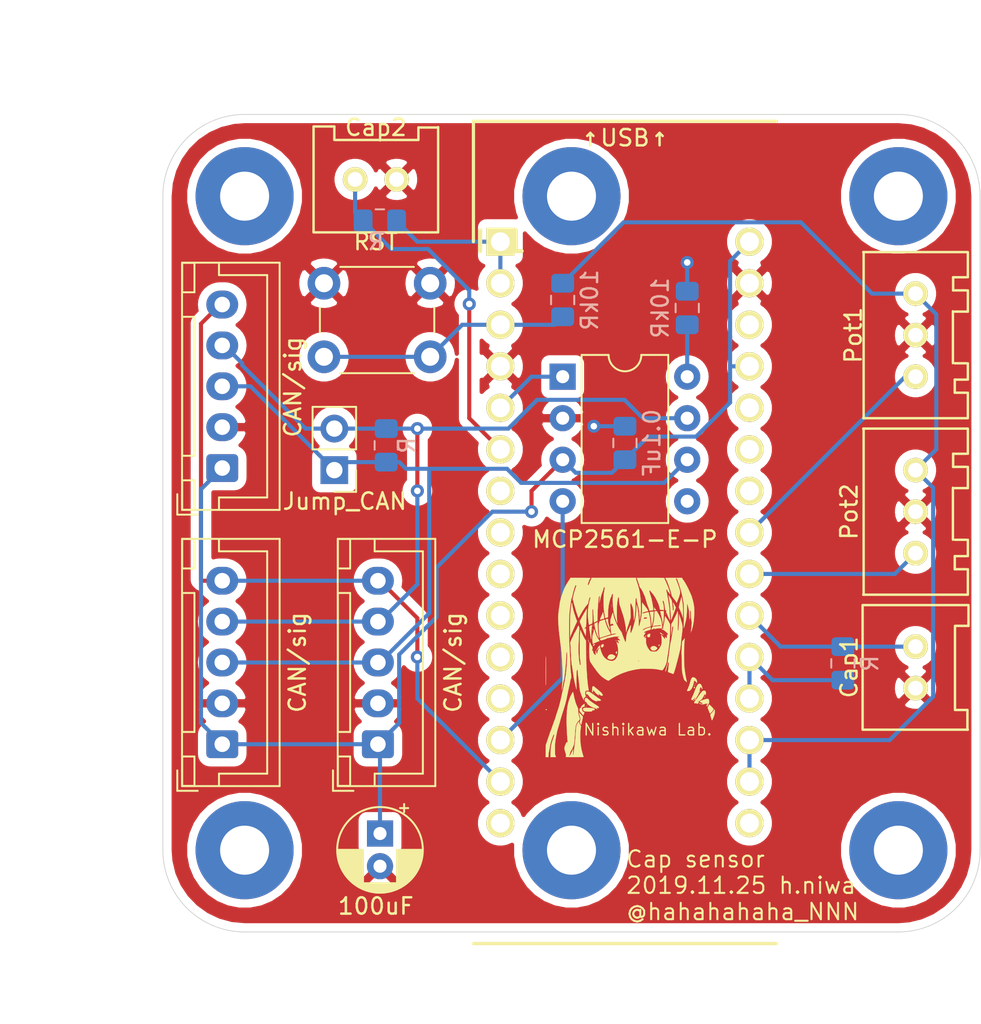
<source format=kicad_pcb>
(kicad_pcb (version 20171130) (host pcbnew "(5.1.2)-2")
  (layers (0 F.Cu signal) (31 B.Cu signal) (34 B.Paste user) (35 F.Paste user) (36 B.SilkS user) (37 F.SilkS user) (38 B.Mask user) (39 F.Mask user) (44 Edge.Cuts user))
  (net 0 "")
  (net 1 GND)
  (net 2 +5V)
  (net 3 RST)
  (net 4 CAN_TD)
  (net 5 interrupt_out1)
  (net 6 Power_out1)
  (net 7 interrupt_out2)
  (net 8 Power_out2)
  (net 9 CAN_RD)
  (net 10 "Net-(IC1-Pad15)")
  (net 11 "Net-(IC1-Pad16)")
  (net 12 +3V3)
  (net 13 Pot1)
  (net 14 Pot2)
  (net 15 "Net-(IC1-Pad26)")
  (net 16 CAN_L)
  (net 17 CAN_H)
  (net 18 "Net-(R4-Pad1)")
  (net 19 "Net-(U1-Pad5)")
  (net 20 "Net-(IC1-Pad7)")
  (net 21 "Net-(IC1-Pad8)")
  (net 22 "Net-(IC1-Pad9)")
  (net 23 "Net-(IC1-Pad10)")
  (net 24 "Net-(IC1-Pad11)")
  (net 25 "Net-(IC1-Pad12)")
  (net 26 sig)
  (net 27 "Net-(IC1-Pad28)")
  (net 28 "Net-(IC1-Pad24)")
  (net 29 "Net-(IC1-Pad25)")
  (module Logo:@hahahahha_NNN_BW11 (layer F.Cu) (at 128.905 83.82)
    (fp_text reference G*** hide)
    (fp_text value LOGO hide)
    (fp_text user "Nishikawa Lab." (at 0.762 3.81) (layer F.SilkS) (effects (font (size 0.7 0.7) (thickness 0.08))))
  )
  (module Capacitor_SMD:C_0805_2012Metric_Pad1.15x1.40mm_HandSolder (layer B.Cu) (at 128.27 70.095 270)
    (fp_text reference C1 hide)
    (fp_text value 0.1uF (at 0 -1.65 90) (layer B.SilkS) (effects (justify mirror)))
    (pad 1 smd roundrect (at -1.025 0 270) (size 1.15 1.4) (layers B.Cu B.Paste B.Mask) (roundrect_rratio 0.217391) (net 1 GND))
    (pad 2 smd roundrect (at 1.025 0 270) (size 1.15 1.4) (layers B.Cu B.Paste B.Mask) (roundrect_rratio 0.217391) (net 2 +5V))
  )
  (module Capacitor_THT:CP_Radial_D5.0mm_P2.00mm (layer F.Cu) (at 113.284 93.98 270)
    (fp_text reference C2 hide)
    (fp_text value 100uF (at 4.445 0.254 180) (layer F.SilkS))
    (pad 1 thru_hole rect (at 0 0 270) (size 1.6 1.6) (drill 0.8) (layers *.Cu *.Mask) (net 2 +5V))
    (pad 2 thru_hole circle (at 2 0 270) (size 1.6 1.6) (drill 0.8) (layers *.Cu *.Mask) (net 1 GND))
  )
  (module NUCLEO-F303K8:DIPS1524W66P254L5029H1500Q30N (layer F.Cu) (at 120.65 57.785)
    (fp_text reference IC1 (at 0 0) (layer F.SilkS) (effects (font (size 1.27 1.27) (thickness 0.254))))
    (fp_text value NUCLEO-F303K8 hide)
    (pad 1 thru_hole rect (at 0 0 90) (size 1.725 1.725) (drill 1.15) (layers *.Cu *.Mask F.SilkS) (net 8 Power_out2))
    (pad 2 thru_hole circle (at 0 2.54 90) (size 1.725 1.725) (drill 1.15) (layers *.Cu *.Mask F.SilkS) (net 8 Power_out2))
    (pad 3 thru_hole circle (at 0 5.08 90) (size 1.725 1.725) (drill 1.15) (layers *.Cu *.Mask F.SilkS) (net 3 RST))
    (pad 4 thru_hole circle (at 0 7.62 90) (size 1.725 1.725) (drill 1.15) (layers *.Cu *.Mask F.SilkS) (net 1 GND))
    (pad 5 thru_hole circle (at 0 10.16 90) (size 1.725 1.725) (drill 1.15) (layers *.Cu *.Mask F.SilkS) (net 4 CAN_TD))
    (pad 6 thru_hole circle (at 0 12.7 90) (size 1.725 1.725) (drill 1.15) (layers *.Cu *.Mask F.SilkS) (net 7 interrupt_out2))
    (pad 7 thru_hole circle (at 0 15.24 90) (size 1.725 1.725) (drill 1.15) (layers *.Cu *.Mask F.SilkS) (net 20 "Net-(IC1-Pad7)"))
    (pad 8 thru_hole circle (at 0 17.78 90) (size 1.725 1.725) (drill 1.15) (layers *.Cu *.Mask F.SilkS) (net 21 "Net-(IC1-Pad8)"))
    (pad 9 thru_hole circle (at 0 20.32 90) (size 1.725 1.725) (drill 1.15) (layers *.Cu *.Mask F.SilkS) (net 22 "Net-(IC1-Pad9)"))
    (pad 10 thru_hole circle (at 0 22.86 90) (size 1.725 1.725) (drill 1.15) (layers *.Cu *.Mask F.SilkS) (net 23 "Net-(IC1-Pad10)"))
    (pad 11 thru_hole circle (at 0 25.4 90) (size 1.725 1.725) (drill 1.15) (layers *.Cu *.Mask F.SilkS) (net 24 "Net-(IC1-Pad11)"))
    (pad 12 thru_hole circle (at 0 27.94 90) (size 1.725 1.725) (drill 1.15) (layers *.Cu *.Mask F.SilkS) (net 25 "Net-(IC1-Pad12)"))
    (pad 13 thru_hole circle (at 0 30.48 90) (size 1.725 1.725) (drill 1.15) (layers *.Cu *.Mask F.SilkS) (net 9 CAN_RD))
    (pad 14 thru_hole circle (at 0 33.02 90) (size 1.725 1.725) (drill 1.15) (layers *.Cu *.Mask F.SilkS) (net 26 sig))
    (pad 15 thru_hole circle (at 0 35.56 90) (size 1.725 1.725) (drill 1.15) (layers *.Cu *.Mask F.SilkS) (net 10 "Net-(IC1-Pad15)"))
    (pad 16 thru_hole circle (at 15.24 35.56 90) (size 1.725 1.725) (drill 1.15) (layers *.Cu *.Mask F.SilkS) (net 11 "Net-(IC1-Pad16)"))
    (pad 17 thru_hole circle (at 15.24 33.02 90) (size 1.725 1.725) (drill 1.15) (layers *.Cu *.Mask F.SilkS) (net 12 +3V3))
    (pad 18 thru_hole circle (at 15.24 30.48 90) (size 1.725 1.725) (drill 1.15) (layers *.Cu *.Mask F.SilkS) (net 12 +3V3))
    (pad 19 thru_hole circle (at 15.24 27.94 90) (size 1.725 1.725) (drill 1.15) (layers *.Cu *.Mask F.SilkS) (net 6 Power_out1))
    (pad 20 thru_hole circle (at 15.24 25.4 90) (size 1.725 1.725) (drill 1.15) (layers *.Cu *.Mask F.SilkS) (net 6 Power_out1))
    (pad 21 thru_hole circle (at 15.24 22.86 90) (size 1.725 1.725) (drill 1.15) (layers *.Cu *.Mask F.SilkS) (net 5 interrupt_out1))
    (pad 22 thru_hole circle (at 15.24 20.32 90) (size 1.725 1.725) (drill 1.15) (layers *.Cu *.Mask F.SilkS) (net 14 Pot2))
    (pad 23 thru_hole circle (at 15.24 17.78 90) (size 1.725 1.725) (drill 1.15) (layers *.Cu *.Mask F.SilkS) (net 13 Pot1))
    (pad 24 thru_hole circle (at 15.24 15.24 90) (size 1.725 1.725) (drill 1.15) (layers *.Cu *.Mask F.SilkS) (net 28 "Net-(IC1-Pad24)"))
    (pad 25 thru_hole circle (at 15.24 12.7 90) (size 1.725 1.725) (drill 1.15) (layers *.Cu *.Mask F.SilkS) (net 29 "Net-(IC1-Pad25)"))
    (pad 26 thru_hole circle (at 15.24 10.16 90) (size 1.725 1.725) (drill 1.15) (layers *.Cu *.Mask F.SilkS) (net 15 "Net-(IC1-Pad26)"))
    (pad 27 thru_hole circle (at 15.24 7.62 90) (size 1.725 1.725) (drill 1.15) (layers *.Cu *.Mask F.SilkS) (net 2 +5V))
    (pad 28 thru_hole circle (at 15.24 5.08 90) (size 1.725 1.725) (drill 1.15) (layers *.Cu *.Mask F.SilkS) (net 27 "Net-(IC1-Pad28)"))
    (pad 29 thru_hole circle (at 15.24 2.54 90) (size 1.725 1.725) (drill 1.15) (layers *.Cu *.Mask F.SilkS) (net 1 GND))
    (pad 30 thru_hole circle (at 15.24 0 90) (size 1.725 1.725) (drill 1.15) (layers *.Cu *.Mask F.SilkS) (net 2 +5V))
  )
  (module RobohanJST:XA_2 (layer F.Cu) (at 146.05 82.55 270)
    (fp_text reference J1 hide)
    (fp_text value Cap1 (at 1.27 4.064 90) (layer F.SilkS))
    (pad 2 thru_hole circle (at 2.54 0 270) (size 1.5 1.5) (drill 0.9) (layers *.Cu *.Mask F.SilkS) (net 1 GND))
    (pad 1 thru_hole circle (at 0 0 270) (size 1.5 1.5) (drill 0.9) (layers *.Cu *.Mask F.SilkS) (net 5 interrupt_out1))
  )
  (module RobohanJST:XA_2 (layer F.Cu) (at 111.76 53.975)
    (fp_text reference J2 hide)
    (fp_text value Cap2 (at 1.27 -3.175) (layer F.SilkS))
    (pad 1 thru_hole circle (at 0 0) (size 1.5 1.5) (drill 0.9) (layers *.Cu *.Mask F.SilkS) (net 7 interrupt_out2))
    (pad 2 thru_hole circle (at 2.54 0) (size 1.5 1.5) (drill 0.9) (layers *.Cu *.Mask F.SilkS) (net 1 GND))
  )
  (module RobohanJST:XA_3 (layer F.Cu) (at 146.05 60.96 270)
    (fp_text reference J3 hide)
    (fp_text value Pot1 (at 2.54 3.81 90) (layer F.SilkS))
    (pad 3 thru_hole circle (at 5.08 0 270) (size 1.5 1.5) (drill 0.9) (layers *.Cu *.Mask F.SilkS) (net 13 Pot1))
    (pad 2 thru_hole circle (at 2.54 0 270) (size 1.5 1.5) (drill 0.9) (layers *.Cu *.Mask F.SilkS) (net 1 GND))
    (pad 1 thru_hole circle (at 0 0 270) (size 1.5 1.5) (drill 0.9) (layers *.Cu *.Mask F.SilkS) (net 12 +3V3))
  )
  (module RobohanJST:XA_3 (layer F.Cu) (at 146.05 71.755 270)
    (fp_text reference J4 hide)
    (fp_text value Pot2 (at 2.54 4.064 90) (layer F.SilkS))
    (pad 1 thru_hole circle (at 0 0 270) (size 1.5 1.5) (drill 0.9) (layers *.Cu *.Mask F.SilkS) (net 12 +3V3))
    (pad 2 thru_hole circle (at 2.54 0 270) (size 1.5 1.5) (drill 0.9) (layers *.Cu *.Mask F.SilkS) (net 1 GND))
    (pad 3 thru_hole circle (at 5.08 0 270) (size 1.5 1.5) (drill 0.9) (layers *.Cu *.Mask F.SilkS) (net 14 Pot2))
  )
  (module Connector_PinHeader_2.54mm:PinHeader_1x02_P2.54mm_Vertical (layer F.Cu) (at 110.49 71.755 180)
    (fp_text reference J6 hide)
    (fp_text value Jump_CAN (at -0.635 -1.905) (layer F.SilkS))
    (pad 1 thru_hole rect (at 0 0 180) (size 1.7 1.7) (drill 1) (layers *.Cu *.Mask) (net 16 CAN_L))
    (pad 2 thru_hole oval (at 0 2.54 180) (size 1.7 1.7) (drill 1) (layers *.Cu *.Mask) (net 17 CAN_H))
  )
  (module Resistor_SMD:R_0805_2012Metric_Pad1.15x1.40mm_HandSolder (layer B.Cu) (at 141.605 83.575 270)
    (fp_text reference R1 hide)
    (fp_text value R (at 0 -1.65 90) (layer B.SilkS) (effects (justify mirror)))
    (pad 1 smd roundrect (at -1.025 0 270) (size 1.15 1.4) (layers B.Cu B.Paste B.Mask) (roundrect_rratio 0.217391) (net 5 interrupt_out1))
    (pad 2 smd roundrect (at 1.025 0 270) (size 1.15 1.4) (layers B.Cu B.Paste B.Mask) (roundrect_rratio 0.217391) (net 6 Power_out1))
  )
  (module Resistor_SMD:R_0805_2012Metric_Pad1.15x1.40mm_HandSolder (layer B.Cu) (at 113.275 56.515)
    (fp_text reference R2 hide)
    (fp_text value R (at -0.245 1.27) (layer B.SilkS) (effects (justify mirror)))
    (pad 2 smd roundrect (at 1.025 0) (size 1.15 1.4) (layers B.Cu B.Paste B.Mask) (roundrect_rratio 0.217391) (net 8 Power_out2))
    (pad 1 smd roundrect (at -1.025 0) (size 1.15 1.4) (layers B.Cu B.Paste B.Mask) (roundrect_rratio 0.217391) (net 7 interrupt_out2))
  )
  (module Resistor_SMD:R_0805_2012Metric_Pad1.15x1.40mm_HandSolder (layer B.Cu) (at 113.665 70.24 90)
    (fp_text reference R3 hide)
    (fp_text value R (at 0 1.27 90) (layer B.SilkS) (effects (justify mirror)))
    (pad 2 smd roundrect (at 1.025 0 90) (size 1.15 1.4) (layers B.Cu B.Paste B.Mask) (roundrect_rratio 0.217391) (net 17 CAN_H))
    (pad 1 smd roundrect (at -1.025 0 90) (size 1.15 1.4) (layers B.Cu B.Paste B.Mask) (roundrect_rratio 0.217391) (net 16 CAN_L))
  )
  (module Resistor_SMD:R_0805_2012Metric_Pad1.15x1.40mm_HandSolder (layer B.Cu) (at 132.08 61.84 90)
    (fp_text reference R4 hide)
    (fp_text value 10kR (at 0 -1.65 90) (layer B.SilkS) (effects (justify mirror)))
    (pad 1 smd roundrect (at -1.025 0 90) (size 1.15 1.4) (layers B.Cu B.Paste B.Mask) (roundrect_rratio 0.217391) (net 18 "Net-(R4-Pad1)"))
    (pad 2 smd roundrect (at 1.025 0 90) (size 1.15 1.4) (layers B.Cu B.Paste B.Mask) (roundrect_rratio 0.217391) (net 1 GND))
  )
  (module Resistor_SMD:R_0805_2012Metric_Pad1.15x1.40mm_HandSolder (layer B.Cu) (at 124.46 61.35 270)
    (fp_text reference R5 hide)
    (fp_text value 10kR (at 0 -1.65 90) (layer B.SilkS) (effects (justify mirror)))
    (pad 1 smd roundrect (at -1.025 0 270) (size 1.15 1.4) (layers B.Cu B.Paste B.Mask) (roundrect_rratio 0.217391) (net 12 +3V3))
    (pad 2 smd roundrect (at 1.025 0 270) (size 1.15 1.4) (layers B.Cu B.Paste B.Mask) (roundrect_rratio 0.217391) (net 3 RST))
  )
  (module Button_Switch_THT:SW_PUSH_6mm (layer F.Cu) (at 109.855 60.325)
    (fp_text reference SW1 hide)
    (fp_text value RST (at 3.175 -2.54) (layer F.SilkS))
    (pad 2 thru_hole circle (at 0 4.5 90) (size 2 2) (drill 1.1) (layers *.Cu *.Mask) (net 3 RST))
    (pad 1 thru_hole circle (at 0 0 90) (size 2 2) (drill 1.1) (layers *.Cu *.Mask) (net 1 GND))
    (pad 2 thru_hole circle (at 6.5 4.5 90) (size 2 2) (drill 1.1) (layers *.Cu *.Mask) (net 3 RST))
    (pad 1 thru_hole circle (at 6.5 0 90) (size 2 2) (drill 1.1) (layers *.Cu *.Mask) (net 1 GND))
  )
  (module Package_DIP:DIP-8_W7.62mm (layer F.Cu) (at 124.46 66.04)
    (fp_text reference U1 hide)
    (fp_text value MCP2561-E-P (at 3.81 9.95) (layer F.SilkS))
    (pad 1 thru_hole rect (at 0 0) (size 1.6 1.6) (drill 0.8) (layers *.Cu *.Mask) (net 4 CAN_TD))
    (pad 5 thru_hole oval (at 7.62 7.62) (size 1.6 1.6) (drill 0.8) (layers *.Cu *.Mask) (net 19 "Net-(U1-Pad5)"))
    (pad 2 thru_hole oval (at 0 2.54) (size 1.6 1.6) (drill 0.8) (layers *.Cu *.Mask) (net 1 GND))
    (pad 6 thru_hole oval (at 7.62 5.08) (size 1.6 1.6) (drill 0.8) (layers *.Cu *.Mask) (net 16 CAN_L))
    (pad 3 thru_hole oval (at 0 5.08) (size 1.6 1.6) (drill 0.8) (layers *.Cu *.Mask) (net 2 +5V))
    (pad 7 thru_hole oval (at 7.62 2.54) (size 1.6 1.6) (drill 0.8) (layers *.Cu *.Mask) (net 17 CAN_H))
    (pad 4 thru_hole oval (at 0 7.62) (size 1.6 1.6) (drill 0.8) (layers *.Cu *.Mask) (net 9 CAN_RD))
    (pad 8 thru_hole oval (at 7.62 0) (size 1.6 1.6) (drill 0.8) (layers *.Cu *.Mask) (net 18 "Net-(R4-Pad1)"))
  )
  (module Connector_JST:JST_XH_B5B-XH-A_1x05_P2.50mm_Vertical (layer F.Cu) (at 103.632 71.628 90)
    (fp_text reference J5 hide)
    (fp_text value CAN/sig (at 4.953 4.318 90) (layer F.SilkS))
    (pad 1 thru_hole roundrect (at 0 0 90) (size 1.7 1.95) (drill 0.95) (layers *.Cu *.Mask) (roundrect_rratio 0.147059) (net 2 +5V))
    (pad 2 thru_hole oval (at 2.5 0 90) (size 1.7 1.95) (drill 0.95) (layers *.Cu *.Mask) (net 1 GND))
    (pad 3 thru_hole oval (at 5 0 90) (size 1.7 1.95) (drill 0.95) (layers *.Cu *.Mask) (net 16 CAN_L))
    (pad 4 thru_hole oval (at 7.5 0 90) (size 1.7 1.95) (drill 0.95) (layers *.Cu *.Mask) (net 17 CAN_H))
    (pad 5 thru_hole oval (at 10 0 90) (size 1.7 1.95) (drill 0.95) (layers *.Cu *.Mask) (net 26 sig))
  )
  (module Connector_JST:JST_XH_B5B-XH-A_1x05_P2.50mm_Vertical (layer F.Cu) (at 113.157 88.519 90)
    (fp_text reference J7 hide)
    (fp_text value CAN/sig (at 5 4.6 90) (layer F.SilkS))
    (pad 5 thru_hole oval (at 10 0 90) (size 1.7 1.95) (drill 0.95) (layers *.Cu *.Mask) (net 26 sig))
    (pad 4 thru_hole oval (at 7.5 0 90) (size 1.7 1.95) (drill 0.95) (layers *.Cu *.Mask) (net 17 CAN_H))
    (pad 3 thru_hole oval (at 5 0 90) (size 1.7 1.95) (drill 0.95) (layers *.Cu *.Mask) (net 16 CAN_L))
    (pad 2 thru_hole oval (at 2.5 0 90) (size 1.7 1.95) (drill 0.95) (layers *.Cu *.Mask) (net 1 GND))
    (pad 1 thru_hole roundrect (at 0 0 90) (size 1.7 1.95) (drill 0.95) (layers *.Cu *.Mask) (roundrect_rratio 0.147059) (net 2 +5V))
  )
  (module Connector_JST:JST_XH_B5B-XH-A_1x05_P2.50mm_Vertical (layer F.Cu) (at 103.632 88.519 90)
    (fp_text reference J8 hide)
    (fp_text value CAN/sig (at 5 4.6 90) (layer F.SilkS))
    (pad 1 thru_hole roundrect (at 0 0 90) (size 1.7 1.95) (drill 0.95) (layers *.Cu *.Mask) (roundrect_rratio 0.147059) (net 2 +5V))
    (pad 2 thru_hole oval (at 2.5 0 90) (size 1.7 1.95) (drill 0.95) (layers *.Cu *.Mask) (net 1 GND))
    (pad 3 thru_hole oval (at 5 0 90) (size 1.7 1.95) (drill 0.95) (layers *.Cu *.Mask) (net 16 CAN_L))
    (pad 4 thru_hole oval (at 7.5 0 90) (size 1.7 1.95) (drill 0.95) (layers *.Cu *.Mask) (net 17 CAN_H))
    (pad 5 thru_hole oval (at 10 0 90) (size 1.7 1.95) (drill 0.95) (layers *.Cu *.Mask) (net 26 sig))
  )
  (gr_text ↑USB↑ (at 128.27 51.435) (layer F.SilkS) (effects (font (size 1 1))))
  (gr_text "Cap sensor\n2019.11.25 h.niwa\n@hahahahaha_NNN" (at 128.27 97.155) (layer F.SilkS) (effects (font (size 1 1) (thickness 0.125)) (justify left)))
  (gr_arc (start 145 55) (end 150 55) (angle -90) (layer Edge.Cuts) (width 0.05))
  (gr_arc (start 145 95) (end 145 100) (angle -90) (layer Edge.Cuts) (width 0.05))
  (gr_arc (start 105 95) (end 100 95) (angle -90) (layer Edge.Cuts) (width 0.05))
  (gr_arc (start 105 55) (end 105 50) (angle -90) (layer Edge.Cuts) (width 0.05))
  (gr_line (start 100 95) (end 100 55) (layer Edge.Cuts) (width 0.05))
  (gr_line (start 145 100) (end 105 100) (layer Edge.Cuts) (width 0.05))
  (gr_line (start 150 55) (end 150 95) (layer Edge.Cuts) (width 0.05))
  (gr_line (start 105 50) (end 145 50) (layer Edge.Cuts) (width 0.05))
  (via (at 105 55) (size 6) (drill 3) (layers F.Cu B.Cu) (net 0))
  (via (at 105 95) (size 6) (drill 3) (layers F.Cu B.Cu) (net 0))
  (via (at 145 95) (size 6) (drill 3) (layers F.Cu B.Cu) (net 0))
  (via (at 145 55) (size 6) (drill 3) (layers F.Cu B.Cu) (net 0))
  (via (at 125 95) (size 6) (drill 3) (layers F.Cu B.Cu) (net 0))
  (via (at 125 55) (size 6) (drill 3) (layers F.Cu B.Cu) (net 0))
  (via (at 126.365 69.07) (size 0.8) (drill 0.4) (layers F.Cu B.Cu) (net 1))
  (via (at 132.08 59.055) (size 0.8) (drill 0.4) (layers F.Cu B.Cu) (net 1))
  (segment (start 132.08 60.815) (end 132.08 59.055) (width 0.25) (layer B.Cu) (net 1))
  (segment (start 128.27 69.07) (end 126.365 69.07) (width 0.25) (layer B.Cu) (net 1))
  (segment (start 113.284 88.646) (end 113.157 88.519) (width 0.25) (layer B.Cu) (net 2))
  (segment (start 113.284 93.98) (end 113.284 88.646) (width 0.25) (layer B.Cu) (net 2))
  (segment (start 113.157 88.519) (end 103.632 88.519) (width 0.25) (layer B.Cu) (net 2))
  (segment (start 127.646628 71.743372) (end 128.27 71.12) (width 0.25) (layer B.Cu) (net 2))
  (segment (start 127.470001 71.919999) (end 127.646628 71.743372) (width 0.25) (layer B.Cu) (net 2))
  (segment (start 125.259999 71.919999) (end 127.470001 71.919999) (width 0.25) (layer B.Cu) (net 2))
  (segment (start 124.46 71.12) (end 125.259999 71.919999) (width 0.25) (layer B.Cu) (net 2))
  (segment (start 135.89 57.785) (end 134.702499 58.972501) (width 0.25) (layer B.Cu) (net 2))
  (segment (start 102.733628 72.526372) (end 103.632 71.628) (width 0.25) (layer B.Cu) (net 2))
  (segment (start 102.33199 72.92801) (end 102.733628 72.526372) (width 0.25) (layer B.Cu) (net 2))
  (segment (start 102.33199 87.21899) (end 102.33199 72.92801) (width 0.25) (layer B.Cu) (net 2))
  (segment (start 103.632 88.519) (end 102.33199 87.21899) (width 0.25) (layer B.Cu) (net 2))
  (via (at 122.555 74.295) (size 0.8) (drill 0.4) (layers F.Cu B.Cu) (net 2))
  (segment (start 124.46 71.12) (end 122.555 73.025) (width 0.25) (layer F.Cu) (net 2))
  (segment (start 122.555 73.025) (end 122.555 74.295) (width 0.25) (layer F.Cu) (net 2))
  (segment (start 114.055372 87.620628) (end 113.157 88.519) (width 0.25) (layer B.Cu) (net 2))
  (segment (start 114.45701 83.032295) (end 114.45701 87.21899) (width 0.25) (layer B.Cu) (net 2))
  (segment (start 116.745011 80.744294) (end 114.45701 83.032295) (width 0.25) (layer B.Cu) (net 2))
  (segment (start 116.745011 77.712487) (end 116.745011 80.744294) (width 0.25) (layer B.Cu) (net 2))
  (segment (start 120.162498 74.295) (end 116.745011 77.712487) (width 0.25) (layer B.Cu) (net 2))
  (segment (start 114.45701 87.21899) (end 114.055372 87.620628) (width 0.25) (layer B.Cu) (net 2))
  (segment (start 122.555 74.295) (end 120.162498 74.295) (width 0.25) (layer B.Cu) (net 2))
  (segment (start 132.620001 69.705001) (end 134.702499 67.622503) (width 0.25) (layer B.Cu) (net 2))
  (segment (start 129.684999 69.705001) (end 132.620001 69.705001) (width 0.25) (layer B.Cu) (net 2))
  (segment (start 128.27 71.12) (end 129.684999 69.705001) (width 0.25) (layer B.Cu) (net 2))
  (segment (start 134.702499 58.972501) (end 134.702499 63.582499) (width 0.25) (layer B.Cu) (net 2))
  (segment (start 134.702499 63.582499) (end 134.702499 64.217499) (width 0.25) (layer B.Cu) (net 2))
  (segment (start 134.784998 65.405) (end 134.702499 65.487499) (width 0.25) (layer B.Cu) (net 2))
  (segment (start 135.89 65.405) (end 134.784998 65.405) (width 0.25) (layer B.Cu) (net 2))
  (segment (start 134.702499 67.622503) (end 134.702499 65.487499) (width 0.25) (layer B.Cu) (net 2))
  (segment (start 134.702499 65.487499) (end 134.702499 63.582499) (width 0.25) (layer B.Cu) (net 2))
  (segment (start 109.855 64.825) (end 116.355 64.825) (width 0.25) (layer B.Cu) (net 3))
  (segment (start 118.315 62.865) (end 120.65 62.865) (width 0.25) (layer B.Cu) (net 3))
  (segment (start 116.355 64.825) (end 118.315 62.865) (width 0.25) (layer B.Cu) (net 3))
  (segment (start 123.97 62.865) (end 124.46 62.375) (width 0.25) (layer B.Cu) (net 3))
  (segment (start 120.65 62.865) (end 123.97 62.865) (width 0.25) (layer B.Cu) (net 3))
  (segment (start 122.555 66.04) (end 124.46 66.04) (width 0.25) (layer B.Cu) (net 4))
  (segment (start 120.65 67.945) (end 122.555 66.04) (width 0.25) (layer B.Cu) (net 4))
  (segment (start 146.05 82.55) (end 141.605 82.55) (width 0.25) (layer B.Cu) (net 5))
  (segment (start 137.795 82.55) (end 135.89 80.645) (width 0.25) (layer B.Cu) (net 5))
  (segment (start 141.605 82.55) (end 137.795 82.55) (width 0.25) (layer B.Cu) (net 5))
  (segment (start 137.305 84.6) (end 135.89 83.185) (width 0.25) (layer B.Cu) (net 6))
  (segment (start 141.605 84.6) (end 137.305 84.6) (width 0.25) (layer B.Cu) (net 6))
  (segment (start 135.89 85.725) (end 135.89 83.185) (width 0.25) (layer B.Cu) (net 6))
  (segment (start 111.76 56.025) (end 112.25 56.515) (width 0.25) (layer B.Cu) (net 7))
  (segment (start 111.76 53.975) (end 111.76 56.025) (width 0.25) (layer B.Cu) (net 7))
  (via (at 118.745 61.595) (size 0.8) (drill 0.4) (layers F.Cu B.Cu) (net 7))
  (segment (start 120.65 70.485) (end 118.745 68.58) (width 0.25) (layer F.Cu) (net 7))
  (segment (start 118.745 68.58) (end 118.745 61.595) (width 0.25) (layer F.Cu) (net 7))
  (segment (start 112.873372 57.138372) (end 112.25 56.515) (width 0.25) (layer B.Cu) (net 7))
  (segment (start 113.97001 58.23501) (end 112.873372 57.138372) (width 0.25) (layer B.Cu) (net 7))
  (segment (start 116.226012 58.23501) (end 113.97001 58.23501) (width 0.25) (layer B.Cu) (net 7))
  (segment (start 118.745 60.753998) (end 116.226012 58.23501) (width 0.25) (layer B.Cu) (net 7))
  (segment (start 118.745 61.595) (end 118.745 60.753998) (width 0.25) (layer B.Cu) (net 7))
  (segment (start 115.57 57.785) (end 114.3 56.515) (width 0.25) (layer B.Cu) (net 8))
  (segment (start 120.65 57.785) (end 115.57 57.785) (width 0.25) (layer B.Cu) (net 8))
  (segment (start 120.65 60.325) (end 120.65 57.785) (width 0.25) (layer B.Cu) (net 8))
  (segment (start 124.46 84.455) (end 124.46 73.66) (width 0.25) (layer B.Cu) (net 9))
  (segment (start 120.65 88.265) (end 124.46 84.455) (width 0.25) (layer B.Cu) (net 9))
  (segment (start 146.799999 61.709999) (end 146.05 60.96) (width 0.25) (layer B.Cu) (net 12))
  (segment (start 147.32 62.23) (end 146.799999 61.709999) (width 0.25) (layer B.Cu) (net 12))
  (segment (start 147.32 70.485) (end 147.32 62.23) (width 0.25) (layer B.Cu) (net 12))
  (segment (start 146.05 71.755) (end 147.32 70.485) (width 0.25) (layer B.Cu) (net 12))
  (segment (start 135.89 90.805) (end 135.89 88.265) (width 0.25) (layer B.Cu) (net 12))
  (segment (start 146.799999 72.504999) (end 146.05 71.755) (width 0.25) (layer B.Cu) (net 12))
  (segment (start 147.125001 72.830001) (end 146.799999 72.504999) (width 0.25) (layer B.Cu) (net 12))
  (segment (start 147.125001 85.606001) (end 147.125001 72.830001) (width 0.25) (layer B.Cu) (net 12))
  (segment (start 144.466002 88.265) (end 147.125001 85.606001) (width 0.25) (layer B.Cu) (net 12))
  (segment (start 135.89 88.265) (end 144.466002 88.265) (width 0.25) (layer B.Cu) (net 12))
  (segment (start 144.98934 60.96) (end 146.05 60.96) (width 0.25) (layer B.Cu) (net 12))
  (segment (start 143.393901 60.96) (end 144.98934 60.96) (width 0.25) (layer B.Cu) (net 12))
  (segment (start 139.0314 56.597499) (end 143.393901 60.96) (width 0.25) (layer B.Cu) (net 12))
  (segment (start 128.187501 56.597499) (end 139.0314 56.597499) (width 0.25) (layer B.Cu) (net 12))
  (segment (start 124.46 60.325) (end 128.187501 56.597499) (width 0.25) (layer B.Cu) (net 12))
  (segment (start 145.415 66.04) (end 146.05 66.04) (width 0.25) (layer B.Cu) (net 13))
  (segment (start 135.89 75.565) (end 145.415 66.04) (width 0.25) (layer B.Cu) (net 13))
  (segment (start 144.78 78.105) (end 146.05 76.835) (width 0.25) (layer B.Cu) (net 14))
  (segment (start 135.89 78.105) (end 144.78 78.105) (width 0.25) (layer B.Cu) (net 14))
  (segment (start 104.857 83.519) (end 113.157 83.519) (width 0.25) (layer B.Cu) (net 16))
  (segment (start 103.632 83.519) (end 104.857 83.519) (width 0.25) (layer B.Cu) (net 16))
  (segment (start 110.98 71.265) (end 110.49 71.755) (width 0.25) (layer B.Cu) (net 16))
  (segment (start 113.665 71.265) (end 110.98 71.265) (width 0.25) (layer B.Cu) (net 16))
  (segment (start 105.363 66.628) (end 110.49 71.755) (width 0.25) (layer B.Cu) (net 16))
  (segment (start 103.632 66.628) (end 105.363 66.628) (width 0.25) (layer B.Cu) (net 16))
  (segment (start 114.465 71.265) (end 113.665 71.265) (width 0.25) (layer B.Cu) (net 16))
  (segment (start 114.872501 71.672501) (end 114.465 71.265) (width 0.25) (layer B.Cu) (net 16))
  (segment (start 121.917501 72.534999) (end 121.055003 71.672501) (width 0.25) (layer B.Cu) (net 16))
  (segment (start 130.665001 72.534999) (end 121.917501 72.534999) (width 0.25) (layer B.Cu) (net 16))
  (segment (start 132.08 71.12) (end 130.665001 72.534999) (width 0.25) (layer B.Cu) (net 16))
  (segment (start 116.295001 71.680003) (end 116.287499 71.672501) (width 0.25) (layer B.Cu) (net 16))
  (segment (start 116.295001 80.505999) (end 116.295001 71.680003) (width 0.25) (layer B.Cu) (net 16))
  (segment (start 113.282 83.519) (end 116.295001 80.505999) (width 0.25) (layer B.Cu) (net 16))
  (segment (start 113.157 83.519) (end 113.282 83.519) (width 0.25) (layer B.Cu) (net 16))
  (segment (start 121.055003 71.672501) (end 116.287499 71.672501) (width 0.25) (layer B.Cu) (net 16))
  (segment (start 116.287499 71.672501) (end 114.872501 71.672501) (width 0.25) (layer B.Cu) (net 16))
  (segment (start 113.032 81.019) (end 103.632 81.019) (width 0.25) (layer B.Cu) (net 17))
  (segment (start 113.157 81.019) (end 113.032 81.019) (width 0.25) (layer B.Cu) (net 17))
  (segment (start 113.665 69.215) (end 110.49 69.215) (width 0.25) (layer B.Cu) (net 17))
  (segment (start 103.757 64.128) (end 103.632 64.128) (width 0.25) (layer B.Cu) (net 17))
  (segment (start 104.857 65.228) (end 103.757 64.128) (width 0.25) (layer B.Cu) (net 17))
  (segment (start 104.857 65.353) (end 104.857 65.228) (width 0.25) (layer B.Cu) (net 17))
  (segment (start 108.719 69.215) (end 104.857 65.353) (width 0.25) (layer B.Cu) (net 17))
  (segment (start 110.49 69.215) (end 108.719 69.215) (width 0.25) (layer B.Cu) (net 17))
  (segment (start 114.465 69.215) (end 113.665 69.215) (width 0.25) (layer B.Cu) (net 17))
  (segment (start 122.897503 67.454999) (end 121.137502 69.215) (width 0.25) (layer B.Cu) (net 17))
  (segment (start 128.243189 67.454999) (end 122.897503 67.454999) (width 0.25) (layer B.Cu) (net 17))
  (segment (start 129.36819 68.58) (end 128.243189 67.454999) (width 0.25) (layer B.Cu) (net 17))
  (segment (start 132.08 68.58) (end 129.36819 68.58) (width 0.25) (layer B.Cu) (net 17))
  (via (at 115.57 73.025) (size 0.8) (drill 0.4) (layers F.Cu B.Cu) (net 17))
  (segment (start 115.57 78.731) (end 115.57 73.025) (width 0.25) (layer B.Cu) (net 17))
  (segment (start 113.157 81.019) (end 113.282 81.019) (width 0.25) (layer B.Cu) (net 17))
  (segment (start 113.282 81.019) (end 115.57 78.731) (width 0.25) (layer B.Cu) (net 17))
  (via (at 115.57 69.215) (size 0.8) (drill 0.4) (layers F.Cu B.Cu) (net 17))
  (segment (start 115.57 73.025) (end 115.57 69.215) (width 0.25) (layer F.Cu) (net 17))
  (segment (start 121.137502 69.215) (end 115.57 69.215) (width 0.25) (layer B.Cu) (net 17))
  (segment (start 115.57 69.215) (end 114.465 69.215) (width 0.25) (layer B.Cu) (net 17))
  (segment (start 132.08 66.04) (end 132.08 62.865) (width 0.25) (layer B.Cu) (net 18))
  (segment (start 111.932 78.519) (end 103.632 78.519) (width 0.25) (layer B.Cu) (net 26))
  (segment (start 113.157 78.519) (end 111.932 78.519) (width 0.25) (layer B.Cu) (net 26))
  (segment (start 103.507 61.628) (end 103.632 61.628) (width 0.25) (layer F.Cu) (net 26))
  (segment (start 102.33199 62.80301) (end 103.507 61.628) (width 0.25) (layer F.Cu) (net 26))
  (segment (start 102.33199 78.44399) (end 102.33199 62.80301) (width 0.25) (layer F.Cu) (net 26))
  (segment (start 102.407 78.519) (end 102.33199 78.44399) (width 0.25) (layer F.Cu) (net 26))
  (segment (start 103.632 78.519) (end 102.407 78.519) (width 0.25) (layer F.Cu) (net 26))
  (via (at 115.57 83.185) (size 0.8) (drill 0.4) (layers F.Cu B.Cu) (net 26))
  (segment (start 115.57 80.807) (end 115.57 83.185) (width 0.25) (layer F.Cu) (net 26))
  (segment (start 113.157 78.519) (end 113.282 78.519) (width 0.25) (layer F.Cu) (net 26))
  (segment (start 113.282 78.519) (end 115.57 80.807) (width 0.25) (layer F.Cu) (net 26))
  (segment (start 115.57 85.725) (end 120.65 90.805) (width 0.25) (layer B.Cu) (net 26))
  (segment (start 115.57 83.185) (end 115.57 85.725) (width 0.25) (layer B.Cu) (net 26))
  (zone (net 1) (net_name GND) (layer F.Cu) (connect_pads (clearance 0.508)) (min_thickness 0.254) (fill yes (arc_segments 32) (thermal_gap 0.508) (thermal_bridge_width 0.508))
    (polygon (pts (xy 100 50) (xy 150 50) (xy 150 100) (xy 100 100)))
  )
)
</source>
